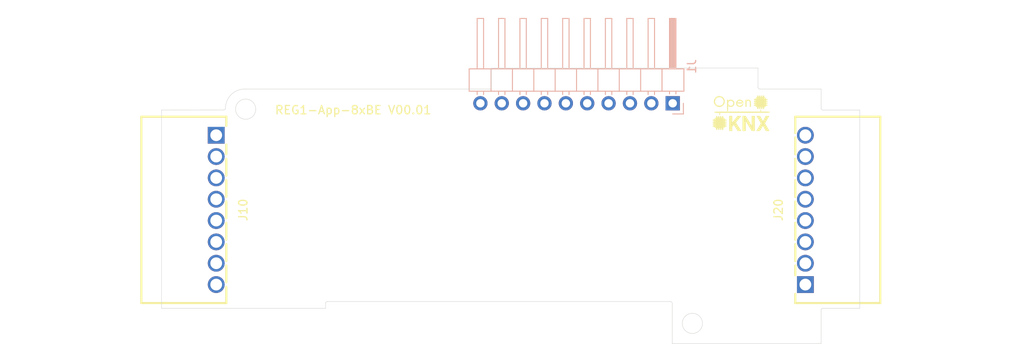
<source format=kicad_pcb>
(kicad_pcb (version 20221018) (generator pcbnew)
  (title_block (date "2023-10-15") (rev "V01.00"))
  (layers (0 "F.Cu" signal) (31 "B.Cu" signal) (34 "B.Paste" user) (35 "F.Paste" user) (36 "B.SilkS" user "B.Silkscreen") (37 "F.SilkS" user "F.Silkscreen") (38 "B.Mask" user) (39 "F.Mask" user) (44 "Edge.Cuts" user))
  (net 0 "")
  (footprint "EasyEDAModLib:CONN-TH_8P-P2.54_DIBO_DB2ERC-2.54-8P-GN" (layer "F.Cu") (at 76.5 106.99 -90)
    (fp_text reference "J10" (at 0 -3.2 -90) (layer "F.SilkS"))
    (fp_text value "Conn_01x08" hide)
    (fp_line (start -11.090018 -1.2) (end -10.003251 -1.2) (stroke (width 0.254)) (layer "F.SilkS"))
    (fp_line (start -11.090018 8.9) (end -11.090018 -1.2) (stroke (width 0.254)) (layer "F.SilkS"))
    (fp_line (start -11.090018 8.9) (end 11.090018 8.9) (stroke (width 0.254)) (layer "F.SilkS"))
    (fp_line (start -7.776784 -1.2) (end -6.616104 -1.2) (stroke (width 0.254)) (layer "F.SilkS"))
    (fp_line (start -6.083922 -1.2) (end -4.076099 -1.2) (stroke (width 0.254)) (layer "F.SilkS"))
    (fp_line (start -3.543917 -1.2) (end -1.536093 -1.2) (stroke (width 0.254)) (layer "F.SilkS"))
    (fp_line (start -1.003912 -1.2) (end 1.003912 -1.2) (stroke (width 0.254)) (layer "F.SilkS"))
    (fp_line (start 1.536093 -1.2) (end 3.543917 -1.2) (stroke (width 0.254)) (layer "F.SilkS"))
    (fp_line (start 4.076099 -1.2) (end 6.083922 -1.2) (stroke (width 0.254)) (layer "F.SilkS"))
    (fp_line (start 6.616104 -1.2) (end 8.623927 -1.2) (stroke (width 0.254)) (layer "F.SilkS"))
    (fp_line (start 9.156109 -1.2) (end 11.090018 -1.2) (stroke (width 0.254)) (layer "F.SilkS"))
    (fp_line (start 11.090018 8.9) (end 11.090018 -1.2) (stroke (width 0.254)) (layer "F.SilkS"))
    (pad "1" thru_hole rect (at -8.890018 0 270) (size 2 2) (drill 1.4) (layers "*.Cu" "*.Mask"))
    (pad "2" thru_hole circle (at -6.350013 0 270) (size 2 2) (drill 1.4) (layers "*.Cu" "*.Mask"))
    (pad "3" thru_hole circle (at -3.810008 0 270) (size 2 2) (drill 1.4) (layers "*.Cu" "*.Mask"))
    (pad "4" thru_hole circle (at -1.270003 0 270) (size 2 2) (drill 1.4) (layers "*.Cu" "*.Mask"))
    (pad "5" thru_hole circle (at 1.270003 0 270) (size 2 2) (drill 1.4) (layers "*.Cu" "*.Mask"))
    (pad "6" thru_hole circle (at 3.810008 0 270) (size 2 2) (drill 1.4) (layers "*.Cu" "*.Mask"))
    (pad "7" thru_hole circle (at 6.350013 0 270) (size 2 2) (drill 1.4) (layers "*.Cu" "*.Mask"))
    (pad "8" thru_hole circle (at 8.890018 0 270) (size 2 2) (drill 1.4) (layers "*.Cu" "*.Mask"))
  )
  (footprint "EasyEDAModLib:CONN-TH_8P-P2.54_DIBO_DB2ERC-2.54-8P-GN" (layer "F.Cu") (at 146.53 106.99 90)
    (fp_text reference "J20" (at 0 -3.2 90) (layer "F.SilkS"))
    (fp_text value "Conn_01x08" hide)
    (fp_line (start -11.090018 -1.2) (end -10.003251 -1.2) (stroke (width 0.254)) (layer "F.SilkS"))
    (fp_line (start -11.090018 8.9) (end -11.090018 -1.2) (stroke (width 0.254)) (layer "F.SilkS"))
    (fp_line (start -11.090018 8.9) (end 11.090018 8.9) (stroke (width 0.254)) (layer "F.SilkS"))
    (fp_line (start -7.776784 -1.2) (end -6.616104 -1.2) (stroke (width 0.254)) (layer "F.SilkS"))
    (fp_line (start -6.083922 -1.2) (end -4.076099 -1.2) (stroke (width 0.254)) (layer "F.SilkS"))
    (fp_line (start -3.543917 -1.2) (end -1.536093 -1.2) (stroke (width 0.254)) (layer "F.SilkS"))
    (fp_line (start -1.003912 -1.2) (end 1.003912 -1.2) (stroke (width 0.254)) (layer "F.SilkS"))
    (fp_line (start 1.536093 -1.2) (end 3.543917 -1.2) (stroke (width 0.254)) (layer "F.SilkS"))
    (fp_line (start 4.076099 -1.2) (end 6.083922 -1.2) (stroke (width 0.254)) (layer "F.SilkS"))
    (fp_line (start 6.616104 -1.2) (end 8.623927 -1.2) (stroke (width 0.254)) (layer "F.SilkS"))
    (fp_line (start 9.156109 -1.2) (end 11.090018 -1.2) (stroke (width 0.254)) (layer "F.SilkS"))
    (fp_line (start 11.090018 8.9) (end 11.090018 -1.2) (stroke (width 0.254)) (layer "F.SilkS"))
    (pad "1" thru_hole rect (at -8.890018 0 90) (size 2 2) (drill 1.4) (layers "*.Cu" "*.Mask"))
    (pad "2" thru_hole circle (at -6.350013 0 90) (size 2 2) (drill 1.4) (layers "*.Cu" "*.Mask"))
    (pad "3" thru_hole circle (at -3.810008 0 90) (size 2 2) (drill 1.4) (layers "*.Cu" "*.Mask"))
    (pad "4" thru_hole circle (at -1.270003 0 90) (size 2 2) (drill 1.4) (layers "*.Cu" "*.Mask"))
    (pad "5" thru_hole circle (at 1.270003 0 90) (size 2 2) (drill 1.4) (layers "*.Cu" "*.Mask"))
    (pad "6" thru_hole circle (at 3.810008 0 90) (size 2 2) (drill 1.4) (layers "*.Cu" "*.Mask"))
    (pad "7" thru_hole circle (at 6.350013 0 90) (size 2 2) (drill 1.4) (layers "*.Cu" "*.Mask"))
    (pad "8" thru_hole circle (at 8.890018 0 90) (size 2 2) (drill 1.4) (layers "*.Cu" "*.Mask"))
  )
  (footprint "OpenKNX:OpenKNX_Logo_07x05" (layer "F.Cu") (at 138.9 95.8)
    (fp_text reference "G***" hide)
    (fp_text value "LOGO" hide)
    (fp_poly (pts (xy 0.889195 0.58665) (xy 1.246187 1.173301) (xy 1.250349 0.58665) (xy 1.254511 0) (xy 1.61925 0) (xy 1.61925 1.794882) (xy 1.433304 1.79041) (xy 1.247359 1.785937) (xy 0.547687 0.638855) (xy 0.543523 1.216365) (xy 0.539358 1.793875) (xy 0.15875 1.793875) (xy 0.15875 0) (xy 0.532202 0) (xy 0.889195 0.58665)) (stroke (width 0.01)) (fill solid) (layer "F.SilkS"))
    (fp_poly (pts (xy 0.867732 -1.93323) (xy 0.962945 -1.911324) (xy 1.0411 -1.862689) (xy 1.102493 -1.78712) (xy 1.117236 -1.760075) (xy 1.131809 -1.729653) (xy 1.142513 -1.701792) (xy 1.149945 -1.671021) (xy 1.1547 -1.63187) (xy 1.157375 -1.578869) (xy 1.158565 -1.506547) (xy 1.158868 -1.409433) (xy 1.158875 -1.378009) (xy 1.158875 -1.0795) (xy 1.031875 -1.0795) (xy 1.031786 -1.345407) (xy 1.030793 -1.464917) (xy 1.027366 -1.557348) (xy 1.020703 -1.627327) (xy 1.009998 -1.679483) (xy 0.994447 -1.718444) (xy 0.973248 -1.748838) (xy 0.959182 -1.763304) (xy 0.909802 -1.791316) (xy 0.846176 -1.803542) (xy 0.780781 -1.799637) (xy 0.726098 -1.779259) (xy 0.71385 -1.770063) (xy 0.687147 -1.742568) (xy 0.667126 -1.710999) (xy 0.652865 -1.670548) (xy 0.643447 -1.616406) (xy 0.63795 -1.543764) (xy 0.635454 -1.447812) (xy 0.635 -1.357823) (xy 0.635 -1.0795) (xy 0.508 -1.0795) (xy 0.508 -1.920875) (xy 0.5715 -1.920875) (xy 0.614871 -1.917284) (xy 0.633252 -1.904898) (xy 0.635 -1.89574) (xy 0.640875 -1.877116) (xy 0.646906 -1.876733) (xy 0.721305 -1.911434) (xy 0.7817 -1.92979) (xy 0.839354 -1.934681) (xy 0.867732 -1.93323)) (stroke (width 0.01)) (fill solid) (layer "F.SilkS"))
    (fp_poly (pts (xy -1.059929 0.40046) (xy -1.055688 0.80092) (xy -0.992778 0.713991) (xy -0.947001 0.651756) (xy -0.891443 0.57783) (xy -0.829047 0.495971) (xy -0.762759 0.409933) (xy -0.695526 0.323474) (xy -0.630293 0.240349) (xy -0.570005 0.164316) (xy -0.517608 0.099129) (xy -0.476048 0.048547) (xy -0.44827 0.016324) (xy -0.437732 0.006189) (xy -0.415621 0.003852) (xy -0.368303 0.002518) (xy -0.302306 0.002263) (xy -0.22416 0.003165) (xy -0.20791 0.003485) (xy 0.003266 0.007937) (xy -0.30184 0.388937) (xy -0.377959 0.48431) (xy -0.447647 0.572237) (xy -0.508412 0.649527) (xy -0.557763 0.712986) (xy -0.593208 0.759423) (xy -0.612255 0.785645) (xy -0.614751 0.789825) (xy -0.608084 0.807193) (xy -0.585674 0.84788) (xy -0.549421 0.908809) (xy -0.501225 0.986901) (xy -0.442985 1.079079) (xy -0.376601 1.182266) (xy -0.303973 1.293383) (xy -0.303341 1.294343) (xy -0.230543 1.40506) (xy -0.163577 1.507288) (xy -0.104382 1.598036) (xy -0.054899 1.674311) (xy -0.017068 1.733123) (xy 0.007169 1.77148) (xy 0.015872 1.786391) (xy 0.015875 1.786424) (xy 0.000963 1.789145) (xy -0.039917 1.791421) (xy -0.100987 1.793051) (xy -0.176466 1.793834) (xy -0.198764 1.793875) (xy -0.413403 1.793875) (xy -0.523023 1.623218) (xy -0.57646 1.540043) (xy -0.638969 1.442768) (xy -0.702451 1.343998) (xy -0.754495 1.263041) (xy -0.876347 1.07352) (xy -0.969296 1.175729) (xy -1.062244 1.277937) (xy -1.062935 1.535906) (xy -1.063625 1.793875) (xy -1.42875 1.793875) (xy -1.42875 0) (xy -1.064171 0) (xy -1.059929 0.40046)) (stroke (width 0.01)) (fill solid) (layer "F.SilkS"))
    (fp_poly (pts (xy -1.099311 -1.914928) (xy -1.002155 -1.866561) (xy -0.918232 -1.794365) (xy -0.852274 -1.70019) (xy -0.837451 -1.669637) (xy -0.817388 -1.596148) (xy -0.811305 -1.507133) (xy -0.818791 -1.415366) (xy -0.839437 -1.333622) (xy -0.848971 -1.311221) (xy -0.91124 -1.2167) (xy -0.992728 -1.143968) (xy -1.088304 -1.094447) (xy -1.192834 -1.069555) (xy -1.301185 -1.070712) (xy -1.408224 -1.099337) (xy -1.480004 -1.136723) (xy -1.517584 -1.159771) (xy -1.542906 -1.173279) (xy -1.547473 -1.17475) (xy -1.55005 -1.159688) (xy -1.552301 -1.117753) (xy -1.55409 -1.053819) (xy -1.555284 -0.972763) (xy -1.555749 -0.879461) (xy -1.55575 -0.873125) (xy -1.55575 -0.5715) (xy -1.68275 -0.5715) (xy -1.68275 -1.482787) (xy -1.548439 -1.482787) (xy -1.528993 -1.39518) (xy -1.48425 -1.316859) (xy -1.417421 -1.253237) (xy -1.331712 -1.209728) (xy -1.321371 -1.206432) (xy -1.259655 -1.193609) (xy -1.200414 -1.196746) (xy -1.154473 -1.207455) (xy -1.07476 -1.244511) (xy -1.011323 -1.303097) (xy -0.966282 -1.376942) (xy -0.941759 -1.459772) (xy -0.939878 -1.545314) (xy -0.96276 -1.627296) (xy -0.994807 -1.679407) (xy -1.066711 -1.748152) (xy -1.147994 -1.790287) (xy -1.233554 -1.806797) (xy -1.318289 -1.798667) (xy -1.397095 -1.766882) (xy -1.464871 -1.712428) (xy -1.516514 -1.636289) (xy -1.539382 -1.574266) (xy -1.548439 -1.482787) (xy -1.68275 -1.482787) (xy -1.68275 -1.920875) (xy -1.61925 -1.920875) (xy -1.578534 -1.918995) (xy -1.560434 -1.908803) (xy -1.555851 -1.883477) (xy -1.55575 -1.87325) (xy -1.549733 -1.837004) (xy -1.53471 -1.82575) (xy -1.515229 -1.842851) (xy -1.515055 -1.843132) (xy -1.495504 -1.85911) (xy -1.456583 -1.881762) (xy -1.422836 -1.898539) (xy -1.314385 -1.932768) (xy -1.204965 -1.937614) (xy -1.099311 -1.914928)) (stroke (width 0.01)) (fill solid) (layer "F.SilkS"))
    (fp_poly (pts (xy -0.054531 -1.920809) (xy 0.040416 -1.881702) (xy 0.123894 -1.823252) (xy 0.191215 -1.748062) (xy 0.237692 -1.658741) (xy 0.258635 -1.557894) (xy 0.258995 -1.55114) (xy 0.261937 -1.484313) (xy -0.109082 -1.480047) (xy -0.4801 -1.475781) (xy -0.469854 -1.424549) (xy -0.446537 -1.36644) (xy -0.403663 -1.305586) (xy -0.350087 -1.25341) (xy -0.322376 -1.234333) (xy -0.275978 -1.214527) (xy -0.21867 -1.199334) (xy -0.202699 -1.196686) (xy -0.125961 -1.199111) (xy -0.046987 -1.222971) (xy 0.02365 -1.263495) (xy 0.075379 -1.315912) (xy 0.080966 -1.324696) (xy 0.105822 -1.36072) (xy 0.132444 -1.376969) (xy 0.174687 -1.381083) (xy 0.183304 -1.381125) (xy 0.252348 -1.381125) (xy 0.234363 -1.329532) (xy 0.203897 -1.274509) (xy 0.153072 -1.214651) (xy 0.090543 -1.158011) (xy 0.024967 -1.112643) (xy -0.022807 -1.090237) (xy -0.125456 -1.06797) (xy -0.22835 -1.068408) (xy -0.303494 -1.085542) (xy -0.415047 -1.139588) (xy -0.501307 -1.212517) (xy -0.561636 -1.303441) (xy -0.595399 -1.411471) (xy -0.602902 -1.503647) (xy -0.590725 -1.603375) (xy -0.461191 -1.603375) (xy -0.175033 -1.603375) (xy -0.083683 -1.604086) (xy -0.004394 -1.606062) (xy 0.057829 -1.609064) (xy 0.09798 -1.612858) (xy 0.111125 -1.616903) (xy 0.099069 -1.649729) (xy 0.067995 -1.691375) (xy 0.025544 -1.733416) (xy -0.020645 -1.767424) (xy -0.030279 -1.772849) (xy -0.118422 -1.802762) (xy -0.209103 -1.804528) (xy -0.295744 -1.780174) (xy -0.371763 -1.731729) (xy -0.430584 -1.66122) (xy -0.438479 -1.647032) (xy -0.461191 -1.603375) (xy -0.590725 -1.603375) (xy -0.588318 -1.623087) (xy -0.546078 -1.727528) (xy -0.477221 -1.815282) (xy -0.382786 -1.884662) (xy -0.361301 -1.895995) (xy -0.260077 -1.930561) (xy -0.156258 -1.937964) (xy -0.054531 -1.920809)) (stroke (width 0.01)) (fill solid) (layer "F.SilkS"))
    (fp_poly (pts (xy -2.510896 -2.357388) (xy -2.393302 -2.331708) (xy -2.281595 -2.283385) (xy -2.179301 -2.21187) (xy -2.089948 -2.116613) (xy -2.020449 -2.004006) (xy -1.993609 -1.948139) (xy -1.976283 -1.904514) (xy -1.966394 -1.86308) (xy -1.961863 -1.813789) (xy -1.960611 -1.746593) (xy -1.960563 -1.714501) (xy -1.961117 -1.637933) (xy -1.964166 -1.583063) (xy -1.971788 -1.539844) (xy -1.986062 -1.498227) (xy -2.009067 -1.448162) (xy -2.020449 -1.424995) (xy -2.09623 -1.305616) (xy -2.192788 -1.208) (xy -2.306165 -1.134006) (xy -2.432404 -1.085492) (xy -2.567544 -1.064318) (xy -2.70763 -1.072342) (xy -2.752444 -1.081283) (xy -2.876414 -1.125854) (xy -2.98751 -1.195835) (xy -3.082768 -1.286777) (xy -3.159223 -1.394228) (xy -3.213911 -1.513738) (xy -3.243867 -1.640859) (xy -3.245795 -1.752041) (xy -3.111084 -1.752041) (xy -3.106134 -1.635268) (xy -3.079221 -1.534167) (xy -3.024223 -1.429232) (xy -2.945993 -1.339137) (xy -2.850313 -1.268551) (xy -2.742965 -1.222143) (xy -2.675097 -1.207813) (xy -2.588797 -1.204393) (xy -2.497848 -1.213211) (xy -2.41582 -1.232418) (xy -2.375539 -1.248658) (xy -2.27349 -1.316579) (xy -2.190922 -1.40426) (xy -2.130202 -1.50655) (xy -2.093701 -1.618301) (xy -2.083787 -1.734362) (xy -2.101366 -1.844658) (xy -2.147525 -1.955224) (xy -2.215659 -2.053187) (xy -2.300606 -2.133155) (xy -2.397203 -2.189735) (xy -2.448914 -2.207747) (xy -2.572542 -2.226552) (xy -2.690362 -2.217441) (xy -2.799441 -2.183549) (xy -2.896847 -2.128008) (xy -2.979647 -2.053952) (xy -3.044908 -1.964517) (xy -3.089698 -1.862835) (xy -3.111084 -1.752041) (xy -3.245795 -1.752041) (xy -3.246127 -1.771138) (xy -3.24035 -1.813719) (xy -3.202628 -1.949373) (xy -3.142578 -2.066786) (xy -3.063727 -2.165408) (xy -2.969602 -2.244687) (xy -2.863729 -2.304075) (xy -2.749636 -2.343022) (xy -2.630849 -2.360976) (xy -2.510896 -2.357388)) (stroke (width 0.01)) (fill solid) (layer "F.SilkS"))
    (fp_poly (pts (xy 2.341854 -0.751039) (xy 2.351882 -0.737671) (xy 2.357676 -0.707511) (xy 2.361143 -0.654113) (xy 2.362074 -0.631032) (xy 2.36671 -0.508) (xy 2.854992 -0.508) (xy 3.004875 -0.507628) (xy 3.125263 -0.506453) (xy 3.218405 -0.504393) (xy 3.286548 -0.501362) (xy 3.331941 -0.497276) (xy 3.356832 -0.49205) (xy 3.362324 -0.488951) (xy 3.379348 -0.452684) (xy 3.376814 -0.409658) (xy 3.362324 -0.384175) (xy 3.35295 -0.381728) (xy 3.329212 -0.379481) (xy 3.290043 -0.377428) (xy 3.234373 -0.375561) (xy 3.161136 -0.373874) (xy 3.06926 -0.37236) (xy 2.95768 -0.371012) (xy 2.825324 -0.369822) (xy 2.671126 -0.368785) (xy 2.494015 -0.367893) (xy 2.292925 -0.367138) (xy 2.066785 -0.366516) (xy 1.814528 -0.366017) (xy 1.535085 -0.365636) (xy 1.227387 -0.365366) (xy 0.890366 -0.365199) (xy 0.522953 -0.365129) (xy 0.41813 -0.365125) (xy -2.507014 -0.365125) (xy -2.511601 -0.226219) (xy -2.514378 -0.159371) (xy -2.518489 -0.117879) (xy -2.525696 -0.095354) (xy -2.537761 -0.085406) (xy -2.551274 -0.082323) (xy -2.568084 -0.081678) (xy -2.578735 -0.089512) (xy -2.584969 -0.111745) (xy -2.588528 -0.154298) (xy -2.590961 -0.217261) (xy -2.595563 -0.357188) (xy -2.864289 -0.361553) (xy -2.969939 -0.364295) (xy -3.054932 -0.368621) (xy -3.115928 -0.374279) (xy -3.149583 -0.381018) (xy -3.154008 -0.383341) (xy -3.172081 -0.416056) (xy -3.17195 -0.457807) (xy -3.155951 -0.48895) (xy -3.146444 -0.49149) (xy -3.122486 -0.493813) (xy -3.082969 -0.495928) (xy -3.026782 -0.497842) (xy -2.952819 -0.499563) (xy -2.85997 -0.5011) (xy -2.747128 -0.502459) (xy -2.613184 -0.503648) (xy -2.457029 -0.504675) (xy -2.277555 -0.505548) (xy -2.073654 -0.506275) (xy -1.844217 -0.506863) (xy -1.588136 -0.50732) (xy -1.304302 -0.507654) (xy -0.991608 -0.507872) (xy -0.648944 -0.507983) (xy -0.426118 -0.508) (xy 2.284664 -0.508) (xy 2.2893 -0.631032) (xy 2.292425 -0.693239) (xy 2.297266 -0.730143) (xy 2.305729 -0.748191) (xy 2.319722 -0.753827) (xy 2.325687 -0.754063) (xy 2.341854 -0.751039)) (stroke (width 0.01)) (fill solid) (layer "F.SilkS"))
    (fp_poly (pts (xy 2.03446 0.000053) (xy 2.246312 0.000107) (xy 2.414936 0.310482) (xy 2.583561 0.620856) (xy 2.74944 0.314397) (xy 2.915319 0.007937) (xy 3.124534 0.003507) (xy 3.201854 0.00257) (xy 3.266271 0.003122) (xy 3.311936 0.005013) (xy 3.332998 0.008091) (xy 3.33375 0.008908) (xy 3.325997 0.024503) (xy 3.304021 0.06409) (xy 3.269744 0.124322) (xy 3.225089 0.201854) (xy 3.171979 0.29334) (xy 3.112337 0.395434) (xy 3.078647 0.452852) (xy 3.006664 0.57581) (xy 2.94965 0.674475) (xy 2.906139 0.751718) (xy 2.874661 0.81041) (xy 2.853752 0.853423) (xy 2.841943 0.883626) (xy 2.837767 0.903893) (xy 2.839758 0.917094) (xy 2.840574 0.918787) (xy 2.85274 0.940094) (xy 2.878955 0.985043) (xy 2.917066 1.049974) (xy 2.964917 1.131225) (xy 3.020355 1.225136) (xy 3.081226 1.328044) (xy 3.103615 1.365847) (xy 3.164924 1.469531) (xy 3.220655 1.564172) (xy 3.268836 1.646389) (xy 3.307495 1.712801) (xy 3.33466 1.760029) (xy 3.348358 1.784692) (xy 3.349625 1.787479) (xy 3.334722 1.789835) (xy 3.293904 1.7918) (xy 3.233003 1.793197) (xy 3.157854 1.793849) (xy 3.138908 1.793875) (xy 2.928192 1.793875) (xy 2.769814 1.505778) (xy 2.721313 1.417884) (xy 2.677255 1.33867) (xy 2.640185 1.27266) (xy 2.612647 1.224377) (xy 2.597184 1.198346) (xy 2.595555 1.195915) (xy 2.586147 1.19555) (xy 2.569283 1.21282) (xy 2.543522 1.249939) (xy 2.507426 1.309124) (xy 2.459552 1.392591) (xy 2.410865 1.480043) (xy 2.242055 1.785937) (xy 2.023774 1.790368) (xy 1.805493 1.794798) (xy 1.828858 1.758618) (xy 1.856228 1.714904) (xy 1.894028 1.652644) (xy 1.939925 1.575855) (xy 1.991585 1.488553) (xy 2.046674 1.394756) (xy 2.102858 1.298479) (xy 2.157803 1.203741) (xy 2.209175 1.114556) (xy 2.254641 1.034943) (xy 2.291867 0.968917) (xy 2.318519 0.920496) (xy 2.332262 0.893696) (xy 2.333625 0.889875) (xy 2.32586 0.871605) (xy 2.303986 0.82986) (xy 2.27013 0.768448) (xy 2.226421 0.691178) (xy 2.174986 0.601857) (xy 2.12183 0.510879) (xy 2.062376 0.409762) (xy 2.005911 0.31365) (xy 1.955155 0.227181) (xy 1.91283 0.154993) (xy 1.881657 0.101724) (xy 1.866321 0.075406) (xy 1.822608 0) (xy 2.03446 0.000053)) (stroke (width 0.01)) (fill solid) (layer "F.SilkS"))
    (fp_poly (pts (xy 2.474876 -2.419975) (xy 2.497624 -2.390571) (xy 2.507424 -2.336612) (xy 2.50825 -2.306638) (xy 2.509373 -2.257777) (xy 2.515228 -2.232745) (xy 2.529545 -2.223637) (xy 2.547937 -2.2225) (xy 2.572297 -2.225405) (xy 2.583924 -2.239754) (xy 2.587447 -2.274001) (xy 2.587625 -2.294982) (xy 2.594428 -2.366441) (xy 2.614367 -2.411534) (xy 2.646732 -2.428745) (xy 2.650385 -2.428875) (xy 2.692797 -2.424641) (xy 2.717168 -2.40763) (xy 2.728169 -2.371382) (xy 2.7305 -2.318036) (xy 2.73133 -2.266401) (xy 2.736653 -2.238018) (xy 2.750712 -2.224391) (xy 2.777754 -2.217022) (xy 2.78133 -2.216303) (xy 2.847071 -2.18819) (xy 2.893947 -2.136974) (xy 2.915391 -2.076576) (xy 2.925057 -2.016125) (xy 3.007166 -2.016125) (xy 3.071723 -2.010725) (xy 3.1101 -1.992959) (xy 3.126245 -1.960482) (xy 3.127375 -1.944688) (xy 3.118474 -1.906624) (xy 3.08907 -1.883876) (xy 3.035111 -1.874076) (xy 3.005137 -1.87325) (xy 2.956276 -1.872127) (xy 2.931244 -1.866272) (xy 2.922136 -1.851955) (xy 2.921 -1.833563) (xy 2.923904 -1.809203) (xy 2.938253 -1.797576) (xy 2.9725 -1.794053) (xy 2.993481 -1.793875) (xy 3.06579 -1.787) (xy 3.110112 -1.76614) (xy 3.127131 -1.730942) (xy 3.127375 -1.725054) (xy 3.119017 -1.685842) (xy 3.091042 -1.662393) (xy 3.039095 -1.652069) (xy 3.005137 -1.651) (xy 2.956276 -1.649877) (xy 2.931244 -1.644022) (xy 2.922136 -1.629705) (xy 2.921 -1.611313) (xy 2.923381 -1.588265) (xy 2.935795 -1.576458) (xy 2.966147 -1.572161) (xy 3.005137 -1.571625) (xy 3.070268 -1.566424) (xy 3.109193 -1.54924) (xy 3.125962 -1.517706) (xy 3.127375 -1.500188) (xy 3.118474 -1.462124) (xy 3.08907 -1.439376) (xy 3.035111 -1.429576) (xy 3.005137 -1.42875) (xy 2.956213 -1.427554) (xy 2.931145 -1.421613) (xy 2.922062 -1.407398) (xy 2.921 -1.391029) (xy 2.924003 -1.369227) (xy 2.93809 -1.356752) (xy 2.970874 -1.349738) (xy 3.009773 -1.345945) (xy 3.071929 -1.336462) (xy 3.108341 -1.317972) (xy 3.124648 -1.286282) (xy 3.127131 -1.258653) (xy 3.113516 -1.221657) (xy 3.071918 -1.199036) (xy 3.002125 -1.190681) (xy 2.99455 -1.190625) (xy 2.94852 -1.188071) (xy 2.924344 -1.177606) (xy 2.912343 -1.155026) (xy 2.912307 -1.154907) (xy 2.879569 -1.096388) (xy 2.826631 -1.053686) (xy 2.783523 -1.038289) (xy 2.753579 -1.031302) (xy 2.737772 -1.019101) (xy 2.731584 -0.993145) (xy 2.730501 -0.944895) (xy 2.7305 -0.938034) (xy 2.725492 -0.870053) (xy 2.709277 -0.828886) (xy 2.680066 -0.811029) (xy 2.664958 -0.809625) (xy 2.623548 -0.823414) (xy 2.597825 -0.864789) (xy 2.58778 -0.933762) (xy 2.587625 -0.945697) (xy 2.586562 -0.995296) (xy 2.580976 -1.020976) (xy 2.567265 -1.030554) (xy 2.547937 -1.031875) (xy 2.525657 -1.029765) (xy 2.513794 -1.018381) (xy 2.50908 -0.990147) (xy 2.50825 -0.9398) (xy 2.503395 -0.871353) (xy 2.487622 -0.829721) (xy 2.459118 -0.811304) (xy 2.442708 -0.809625) (xy 2.401298 -0.823414) (xy 2.375575 -0.864789) (xy 2.36553 -0.933762) (xy 2.365375 -0.945697) (xy 2.364312 -0.995296) (xy 2.358726 -1.020976) (xy 2.345015 -1.030554) (xy 2.325687 -1.031875) (xy 2.303721 -1.029868) (xy 2.291845 -1.018885) (xy 2.286968 -0.991484) (xy 2.286001 -0.940221) (xy 2.286 -0.936285) (xy 2.284735 -0.882193) (xy 2.278778 -0.850765) (xy 2.264889 -0.832951) (xy 2.245079 -0.82205) (xy 2.202403 -0.810649) (xy 2.173037 -0.823443) (xy 2.155057 -0.862622) (xy 2.146536 -0.930374) (xy 2.146336 -0.934307) (xy 2.142815 -0.987959) (xy 2.136682 -1.017209) (xy 2.124649 -1.0294) (xy 2.103432 -1.031875) (xy 2.102679 -1.031875) (xy 2.080133 -1.029416) (xy 2.068539 -1.016796) (xy 2.064288 -0.986153) (xy 2.06375 -0.947023) (xy 2.059648 -0.886659) (xy 2.045906 -0.848902) (xy 2.034718 -0.835898) (xy 1.992689 -0.812047) (xy 1.954583 -0.819626) (xy 1.929712 -0.844908) (xy 1.914255 -0.882973) (xy 1.905664 -0.935516) (xy 1.905 -0.95352) (xy 1.903428 -0.998756) (xy 1.893885 -1.023026) (xy 1.869124 -1.037104) (xy 1.843252 -1.04535) (xy 1.789209 -1.072584) (xy 1.748974 -1.113567) (xy 1.730714 -1.159552) (xy 1.730375 -1.166254) (xy 1.722407 -1.18148) (xy 1.694367 -1.188951) (xy 1.651 -1.190625) (xy 1.589154 -1.198723) (xy 1.540483 -1.220313) (xy 1.51228 -1.251344) (xy 1.508125 -1.27) (xy 1.522712 -1.30447) (xy 1.561722 -1.331471) (xy 1.618022 -1.347072) (xy 1.652104 -1.349375) (xy 1.699407 -1.350591) (xy 1.722454 -1.356595) (xy 1.728716 -1.370927) (xy 1.72751 -1.385094) (xy 1.720993 -1.405647) (xy 1.703581 -1.417237) (xy 1.667344 -1.4232) (xy 1.631292 -1.42557) (xy 1.57514 -1.430965) (xy 1.542179 -1.4417) (xy 1.523948 -1.460651) (xy 1.523008 -1.462353) (xy 1.514825 -1.495237) (xy 1.53022 -1.531534) (xy 1.531175 -1.533003) (xy 1.550695 -1.555807) (xy 1.577387 -1.567435) (xy 1.621558 -1.571398) (xy 1.644532 -1.571625) (xy 1.69463 -1.572632) (xy 1.720215 -1.577722) (xy 1.728507 -1.590007) (xy 1.72751 -1.607344) (xy 1.720993 -1.627897) (xy 1.703581 -1.639487) (xy 1.667344 -1.64545) (xy 1.631292 -1.64782) (xy 1.57514 -1.653215) (xy 1.542179 -1.66395) (xy 1.523948 -1.682901) (xy 1.523008 -1.684603) (xy 1.514825 -1.717487) (xy 1.53022 -1.753784) (xy 1.531175 -1.755253) (xy 1.550882 -1.778194) (xy 1.577895 -1.789812) (xy 1.622618 -1.793686) (xy 1.643428 -1.793875) (xy 1.693303 -1.794916) (xy 1.719225 -1.800406) (xy 1.72898 -1.813899) (xy 1.730375 -1.833563) (xy 1.727947 -1.856702) (xy 1.715371 -1.868539) (xy 1.684709 -1.872877) (xy 1.647031 -1.873494) (xy 1.575934 -1.879617) (xy 1.532962 -1.898396) (xy 1.516566 -1.931195) (xy 1.525194 -1.979378) (xy 1.525574 -1.980407) (xy 1.536683 -2.000482) (xy 1.556596 -2.011263) (xy 1.593795 -2.015528) (xy 1.634613 -2.016125) (xy 1.730375 -2.016125) (xy 1.730375 -2.06937) (xy 1.744893 -2.127587) (xy 1.783097 -2.177991) (xy 1.836959 -2.211225) (xy 1.856896 -2.216848) (xy 1.885902 -2.225003) (xy 1.900046 -2.240495) (xy 1.904631 -2.272793) (xy 1.905 -2.302726) (xy 1.913508 -2.370411) (xy 1.939442 -2.412046) (xy 1.98342 -2.428515) (xy 1.992887 -2.428875) (xy 2.030783 -2.416346) (xy 2.054073 -2.377851) (xy 2.063473 -2.312037) (xy 2.06375 -2.294982) (xy 2.065765 -2.249942) (xy 2.074161 -2.228479) (xy 2.092461 -2.22255) (xy 2.0955 -2.2225) (xy 2.11465 -2.226743) (xy 2.124136 -2.244698) (xy 2.127137 -2.284207) (xy 2.12725 -2.300742) (xy 2.135413 -2.369003) (xy 2.160474 -2.41111) (xy 2.203285 -2.42831) (xy 2.215137 -2.428875) (xy 2.253033 -2.416346) (xy 2.276323 -2.377851) (xy 2.285723 -2.312037) (xy 2.286 -2.294982) (xy 2.28759 -2.250493) (xy 2.295447 -2.229259) (xy 2.314199 -2.222824) (xy 2.325687 -2.2225) (xy 2.348735 -2.224882) (xy 2.360542 -2.237296) (xy 2.364839 -2.267648) (xy 2.365375 -2.306638) (xy 2.370576 -2.371769) (xy 2.38776 -2.410694) (xy 2.419294 -2.427463) (xy 2.436812 -2.428876) (xy 2.474876 -2.419975)) (stroke (width 0.01)) (fill solid) (layer "F.SilkS"))
    (fp_poly (pts (xy -2.172418 0.020122) (xy -2.150343 0.036947) (xy -2.136944 0.072472) (xy -2.128382 0.132819) (xy -2.127418 0.142875) (xy -2.12143 0.193206) (xy -2.112463 0.220044) (xy -2.095957 0.231605) (xy -2.076227 0.235155) (xy -2.030687 0.254196) (xy -1.989086 0.293963) (xy -1.960356 0.343829) (xy -1.952625 0.382218) (xy -1.950984 0.409031) (xy -1.940776 0.422814) (xy -1.91408 0.427901) (xy -1.867773 0.428625) (xy -1.796089 0.437086) (xy -1.750782 0.462725) (xy -1.731287 0.505917) (xy -1.730375 0.520597) (xy -1.743333 0.555818) (xy -1.783 0.577762) (xy -1.850564 0.586989) (xy -1.872207 0.587375) (xy -1.919703 0.588623) (xy -1.943542 0.595023) (xy -1.951795 0.610558) (xy -1.952625 0.627062) (xy -1.950319 0.649904) (xy -1.938188 0.66173) (xy -1.908416 0.666141) (xy -1.866447 0.66675) (xy -1.794177 0.67437) (xy -1.7492 0.697474) (xy -1.730892 0.736427) (xy -1.730375 0.746125) (xy -1.743439 0.788282) (xy -1.783046 0.814519) (xy -1.849823 0.825198) (xy -1.866447 0.8255) (xy -1.916505 0.826914) (xy -1.942432 0.833016) (xy -1.951794 0.846592) (xy -1.952625 0.85725) (xy -1.947611 0.877564) (xy -1.927103 0.886931) (xy -1.885157 0.889234) (xy -1.813808 0.897614) (xy -1.762318 0.920631) (xy -1.735377 0.955924) (xy -1.733126 0.965677) (xy -1.735631 1.006606) (xy -1.759474 1.032419) (xy -1.80799 1.045285) (xy -1.859319 1.04775) (xy -1.911436 1.048631) (xy -1.93934 1.053412) (xy -1.95056 1.065295) (xy -1.952625 1.087437) (xy -1.950319 1.110279) (xy -1.938188 1.122105) (xy -1.908416 1.126516) (xy -1.866447 1.127125) (xy -1.794177 1.134745) (xy -1.7492 1.157849) (xy -1.730892 1.196802) (xy -1.730375 1.2065) (xy -1.743439 1.248657) (xy -1.783046 1.274894) (xy -1.849823 1.285573) (xy -1.866447 1.285875) (xy -1.916384 1.287221) (xy -1.942251 1.293208) (xy -1.95168 1.306755) (xy -1.952625 1.318846) (xy -1.965748 1.356873) (xy -1.998367 1.39682) (xy -2.040365 1.429168) (xy -2.08162 1.444398) (xy -2.086342 1.444625) (xy -2.109038 1.446504) (xy -2.121271 1.457127) (xy -2.126267 1.483973) (xy -2.127249 1.534521) (xy -2.12725 1.539509) (xy -2.128856 1.594543) (xy -2.135824 1.627726) (xy -2.15138 1.648885) (xy -2.166938 1.660397) (xy -2.198009 1.677194) (xy -2.222439 1.674477) (xy -2.246313 1.660397) (xy -2.268892 1.641764) (xy -2.280862 1.617262) (xy -2.285449 1.577066) (xy -2.286 1.539509) (xy -2.286848 1.486846) (xy -2.291475 1.458457) (xy -2.303005 1.446874) (xy -2.324561 1.444626) (xy -2.325688 1.444625) (xy -2.346995 1.446426) (xy -2.358878 1.456604) (xy -2.364081 1.482321) (xy -2.365351 1.530738) (xy -2.365375 1.548152) (xy -2.366517 1.604994) (xy -2.3717 1.638556) (xy -2.383557 1.657279) (xy -2.403055 1.668848) (xy -2.446369 1.677553) (xy -2.474492 1.667949) (xy -2.493172 1.653614) (xy -2.503432 1.63031) (xy -2.507639 1.589578) (xy -2.50825 1.547253) (xy -2.508955 1.49197) (xy -2.512924 1.461241) (xy -2.522938 1.447874) (xy -2.541778 1.444677) (xy -2.547938 1.444625) (xy -2.570668 1.446891) (xy -2.582503 1.45887) (xy -2.586975 1.488331) (xy -2.587625 1.531937) (xy -2.591284 1.592057) (xy -2.604054 1.631179) (xy -2.619375 1.651) (xy -2.661481 1.679998) (xy -2.697452 1.679474) (xy -2.725037 1.651418) (xy -2.741986 1.597819) (xy -2.746375 1.538741) (xy -2.74724 1.486343) (xy -2.751941 1.45819) (xy -2.76364 1.446783) (xy -2.785499 1.444625) (xy -2.786063 1.444625) (xy -2.808793 1.446891) (xy -2.820628 1.45887) (xy -2.8251 1.488331) (xy -2.82575 1.531937) (xy -2.833454 1.599529) (xy -2.854125 1.64897) (xy -2.884098 1.676894) (xy -2.919714 1.679935) (xy -2.957307 1.654725) (xy -2.958228 1.653718) (xy -2.976969 1.614593) (xy -2.984327 1.549503) (xy -2.9845 1.534656) (xy -2.98584 1.483162) (xy -2.991552 1.45598) (xy -3.004182 1.445726) (xy -3.015504 1.444625) (xy -3.078293 1.429709) (xy -3.129466 1.387843) (xy -3.154213 1.34684) (xy -3.171926 1.310891) (xy -3.190914 1.292868) (xy -3.222124 1.286592) (xy -3.262193 1.285875) (xy -3.3251 1.280863) (xy -3.362454 1.263568) (xy -3.379182 1.230601) (xy -3.381375 1.203883) (xy -3.371067 1.163856) (xy -3.338176 1.139159) (xy -3.27976 1.128105) (xy -3.247482 1.127125) (xy -3.202993 1.125534) (xy -3.181759 1.117677) (xy -3.175324 1.098925) (xy -3.175 1.087437) (xy -3.177631 1.063738) (xy -3.190976 1.052007) (xy -3.223217 1.048085) (xy -3.253077 1.04775) (xy -3.317253 1.045458) (xy -3.355949 1.036258) (xy -3.37525 1.016663) (xy -3.381239 0.983185) (xy -3.381375 0.974221) (xy -3.372232 0.931572) (xy -3.34244 0.904644) (xy -3.288455 0.891338) (xy -3.237467 0.889) (xy -3.196337 0.886242) (xy -3.178345 0.875142) (xy -3.175 0.85725) (xy -3.178936 0.838634) (xy -3.19583 0.829094) (xy -3.233318 0.82575) (xy -3.259138 0.8255) (xy -3.323204 0.820668) (xy -3.361535 0.804085) (xy -3.378954 0.77262) (xy -3.381375 0.746125) (xy -3.373935 0.704523) (xy -3.348398 0.679633) (xy -3.299941 0.668322) (xy -3.259138 0.66675) (xy -3.210277 0.665626) (xy -3.185245 0.659771) (xy -3.176137 0.645454) (xy -3.175 0.627062) (xy -3.177382 0.604014) (xy -3.189796 0.592207) (xy -3.220148 0.58791) (xy -3.259138 0.587375) (xy -3.322942 0.582637) (xy -3.361116 0.566189) (xy -3.378662 0.534676) (xy -3.381375 0.505383) (xy -3.371067 0.465356) (xy -3.338176 0.440659) (xy -3.27976 0.429605) (xy -3.247482 0.428625) (xy -3.202798 0.42685) (xy -3.181463 0.418795) (xy -3.175151 0.400357) (xy -3.174941 0.392906) (xy -3.160258 0.332889) (xy -3.12146 0.280215) (xy -3.066124 0.244164) (xy -3.048725 0.238319) (xy -2.9845 0.221026) (xy -2.9845 0.1375) (xy -2.97971 0.073875) (xy -2.963097 0.035864) (xy -2.9313 0.018481) (xy -2.902509 0.015875) (xy -2.862482 0.026183) (xy -2.837785 0.059074) (xy -2.826731 0.11749) (xy -2.82575 0.149768) (xy -2.823574 0.195107) (xy -2.814909 0.216666) (xy -2.796549 0.222247) (xy -2.795966 0.22225) (xy -2.778165 0.216956) (xy -2.767373 0.196359) (xy -2.760629 0.153381) (xy -2.75882 0.133476) (xy -2.749215 0.071061) (xy -2.73056 0.034504) (xy -2.698901 0.018322) (xy -2.674144 0.016118) (xy -2.636466 0.024958) (xy -2.613919 0.05475) (xy -2.604259 0.109371) (xy -2.6035 0.138112) (xy -2.602377 0.186973) (xy -2.596522 0.212005) (xy -2.582205 0.221113) (xy -2.563813 0.22225) (xy -2.539453 0.219345) (xy -2.527826 0.204996) (xy -2.524303 0.170749) (xy -2.524125 0.149768) (xy -2.518216 0.079946) (xy -2.49936 0.036867) (xy -2.465872 0.017585) (xy -2.447367 0.015875) (xy -2.40457 0.022937) (xy -2.378965 0.047459) (xy -2.367196 0.094441) (xy -2.365375 0.138112) (xy -2.364252 0.186973) (xy -2.358397 0.212005) (xy -2.34408 0.221113) (xy -2.325688 0.22225) (xy -2.301328 0.219345) (xy -2.289701 0.204996) (xy -2.286178 0.170749) (xy -2.286001 0.149768) (xy -2.280307 0.080461) (xy -2.261906 0.037677) (xy -2.228814 0.018054) (xy -2.207004 0.015875) (xy -2.172418 0.020122)) (stroke (width 0.01)) (fill solid) (layer "F.SilkS"))
  )
  (footprint "Connector_PinHeader_2.54mm:PinHeader_1x10_P2.54mm_Horizontal" (layer "B.Cu") (at 130.76 94.3 90)
    (fp_text reference "J1" (at 4.385 2.27 90) (layer "B.SilkS") (effects (justify mirror)))
    (fp_text value "REG1_App_Connector")
    (fp_line (start -1.27 0) (end -1.27 1.27) (stroke (width 0.12)) (layer "B.SilkS"))
    (fp_line (start -1.27 1.27) (end 0 1.27) (stroke (width 0.12)) (layer "B.SilkS"))
    (fp_line (start 1.042929 -23.24) (end 1.44 -23.24) (stroke (width 0.12)) (layer "B.SilkS"))
    (fp_line (start 1.042929 -22.48) (end 1.44 -22.48) (stroke (width 0.12)) (layer "B.SilkS"))
    (fp_line (start 1.042929 -20.7) (end 1.44 -20.7) (stroke (width 0.12)) (layer "B.SilkS"))
    (fp_line (start 1.042929 -19.94) (end 1.44 -19.94) (stroke (width 0.12)) (layer "B.SilkS"))
    (fp_line (start 1.042929 -18.16) (end 1.44 -18.16) (stroke (width 0.12)) (layer "B.SilkS"))
    (fp_line (start 1.042929 -17.4) (end 1.44 -17.4) (stroke (width 0.12)) (layer "B.SilkS"))
    (fp_line (start 1.042929 -15.62) (end 1.44 -15.62) (stroke (width 0.12)) (layer "B.SilkS"))
    (fp_line (start 1.042929 -14.86) (end 1.44 -14.86) (stroke (width 0.12)) (layer "B.SilkS"))
    (fp_line (start 1.042929 -13.08) (end 1.44 -13.08) (stroke (width 0.12)) (layer "B.SilkS"))
    (fp_line (start 1.042929 -12.32) (end 1.44 -12.32) (stroke (width 0.12)) (layer "B.SilkS"))
    (fp_line (start 1.042929 -10.54) (end 1.44 -10.54) (stroke (width 0.12)) (layer "B.SilkS"))
    (fp_line (start 1.042929 -9.78) (end 1.44 -9.78) (stroke (width 0.12)) (layer "B.SilkS"))
    (fp_line (start 1.042929 -8) (end 1.44 -8) (stroke (width 0.12)) (layer "B.SilkS"))
    (fp_line (start 1.042929 -7.24) (end 1.44 -7.24) (stroke (width 0.12)) (layer "B.SilkS"))
    (fp_line (start 1.042929 -5.46) (end 1.44 -5.46) (stroke (width 0.12)) (layer "B.SilkS"))
    (fp_line (start 1.042929 -4.7) (end 1.44 -4.7) (stroke (width 0.12)) (layer "B.SilkS"))
    (fp_line (start 1.042929 -2.92) (end 1.44 -2.92) (stroke (width 0.12)) (layer "B.SilkS"))
    (fp_line (start 1.042929 -2.16) (end 1.44 -2.16) (stroke (width 0.12)) (layer "B.SilkS"))
    (fp_line (start 1.11 -0.38) (end 1.44 -0.38) (stroke (width 0.12)) (layer "B.SilkS"))
    (fp_line (start 1.11 0.38) (end 1.44 0.38) (stroke (width 0.12)) (layer "B.SilkS"))
    (fp_line (start 1.44 -24.19) (end 4.1 -24.19) (stroke (width 0.12)) (layer "B.SilkS"))
    (fp_line (start 1.44 -21.59) (end 4.1 -21.59) (stroke (width 0.12)) (layer "B.SilkS"))
    (fp_line (start 1.44 -19.05) (end 4.1 -19.05) (stroke (width 0.12)) (layer "B.SilkS"))
    (fp_line (start 1.44 -16.51) (end 4.1 -16.51) (stroke (width 0.12)) (layer "B.SilkS"))
    (fp_line (start 1.44 -13.97) (end 4.1 -13.97) (stroke (width 0.12)) (layer "B.SilkS"))
    (fp_line (start 1.44 -11.43) (end 4.1 -11.43) (stroke (width 0.12)) (layer "B.SilkS"))
    (fp_line (start 1.44 -8.89) (end 4.1 -8.89) (stroke (width 0.12)) (layer "B.SilkS"))
    (fp_line (start 1.44 -6.35) (end 4.1 -6.35) (stroke (width 0.12)) (layer "B.SilkS"))
    (fp_line (start 1.44 -3.81) (end 4.1 -3.81) (stroke (width 0.12)) (layer "B.SilkS"))
    (fp_line (start 1.44 -1.27) (end 4.1 -1.27) (stroke (width 0.12)) (layer "B.SilkS"))
    (fp_line (start 1.44 1.33) (end 1.44 -24.19) (stroke (width 0.12)) (layer "B.SilkS"))
    (fp_line (start 4.1 -24.19) (end 4.1 1.33) (stroke (width 0.12)) (layer "B.SilkS"))
    (fp_line (start 4.1 -22.48) (end 10.1 -22.48) (stroke (width 0.12)) (layer "B.SilkS"))
    (fp_line (start 4.1 -19.94) (end 10.1 -19.94) (stroke (width 0.12)) (layer "B.SilkS"))
    (fp_line (start 4.1 -17.4) (end 10.1 -17.4) (stroke (width 0.12)) (layer "B.SilkS"))
    (fp_line (start 4.1 -14.86) (end 10.1 -14.86) (stroke (width 0.12)) (layer "B.SilkS"))
    (fp_line (start 4.1 -12.32) (end 10.1 -12.32) (stroke (width 0.12)) (layer "B.SilkS"))
    (fp_line (start 4.1 -9.78) (end 10.1 -9.78) (stroke (width 0.12)) (layer "B.SilkS"))
    (fp_line (start 4.1 -7.24) (end 10.1 -7.24) (stroke (width 0.12)) (layer "B.SilkS"))
    (fp_line (start 4.1 -4.7) (end 10.1 -4.7) (stroke (width 0.12)) (layer "B.SilkS"))
    (fp_line (start 4.1 -2.16) (end 10.1 -2.16) (stroke (width 0.12)) (layer "B.SilkS"))
    (fp_line (start 4.1 -0.28) (end 10.1 -0.28) (stroke (width 0.12)) (layer "B.SilkS"))
    (fp_line (start 4.1 -0.16) (end 10.1 -0.16) (stroke (width 0.12)) (layer "B.SilkS"))
    (fp_line (start 4.1 -0.04) (end 10.1 -0.04) (stroke (width 0.12)) (layer "B.SilkS"))
    (fp_line (start 4.1 0.08) (end 10.1 0.08) (stroke (width 0.12)) (layer "B.SilkS"))
    (fp_line (start 4.1 0.2) (end 10.1 0.2) (stroke (width 0.12)) (layer "B.SilkS"))
    (fp_line (start 4.1 0.32) (end 10.1 0.32) (stroke (width 0.12)) (layer "B.SilkS"))
    (fp_line (start 4.1 0.38) (end 10.1 0.38) (stroke (width 0.12)) (layer "B.SilkS"))
    (fp_line (start 4.1 1.33) (end 1.44 1.33) (stroke (width 0.12)) (layer "B.SilkS"))
    (fp_line (start 10.1 -23.24) (end 4.1 -23.24) (stroke (width 0.12)) (layer "B.SilkS"))
    (fp_line (start 10.1 -22.48) (end 10.1 -23.24) (stroke (width 0.12)) (layer "B.SilkS"))
    (fp_line (start 10.1 -20.7) (end 4.1 -20.7) (stroke (width 0.12)) (layer "B.SilkS"))
    (fp_line (start 10.1 -19.94) (end 10.1 -20.7) (stroke (width 0.12)) (layer "B.SilkS"))
    (fp_line (start 10.1 -18.16) (end 4.1 -18.16) (stroke (width 0.12)) (layer "B.SilkS"))
    (fp_line (start 10.1 -17.4) (end 10.1 -18.16) (stroke (width 0.12)) (layer "B.SilkS"))
    (fp_line (start 10.1 -15.62) (end 4.1 -15.62) (stroke (width 0.12)) (layer "B.SilkS"))
    (fp_line (start 10.1 -14.86) (end 10.1 -15.62) (stroke (width 0.12)) (layer "B.SilkS"))
    (fp_line (start 10.1 -13.08) (end 4.1 -13.08) (stroke (width 0.12)) (layer "B.SilkS"))
    (fp_line (start 10.1 -12.32) (end 10.1 -13.08) (stroke (width 0.12)) (layer "B.SilkS"))
    (fp_line (start 10.1 -10.54) (end 4.1 -10.54) (stroke (width 0.12)) (layer "B.SilkS"))
    (fp_line (start 10.1 -9.78) (end 10.1 -10.54) (stroke (width 0.12)) (layer "B.SilkS"))
    (fp_line (start 10.1 -8) (end 4.1 -8) (stroke (width 0.12)) (layer "B.SilkS"))
    (fp_line (start 10.1 -7.24) (end 10.1 -8) (stroke (width 0.12)) (layer "B.SilkS"))
    (fp_line (start 10.1 -5.46) (end 4.1 -5.46) (stroke (width 0.12)) (layer "B.SilkS"))
    (fp_line (start 10.1 -4.7) (end 10.1 -5.46) (stroke (width 0.12)) (layer "B.SilkS"))
    (fp_line (start 10.1 -2.92) (end 4.1 -2.92) (stroke (width 0.12)) (layer "B.SilkS"))
    (fp_line (start 10.1 -2.16) (end 10.1 -2.92) (stroke (width 0.12)) (layer "B.SilkS"))
    (fp_line (start 10.1 -0.38) (end 4.1 -0.38) (stroke (width 0.12)) (layer "B.SilkS"))
    (fp_line (start 10.1 0.38) (end 10.1 -0.38) (stroke (width 0.12)) (layer "B.SilkS"))
    (pad "1" thru_hole rect locked (at 0 0 90) (size 1.7 1.7) (drill 1) (layers "*.Cu" "*.Mask"))
    (pad "2" thru_hole oval locked (at 0 -2.54 90) (size 1.7 1.7) (drill 1) (layers "*.Cu" "*.Mask"))
    (pad "3" thru_hole oval locked (at 0 -5.08 90) (size 1.7 1.7) (drill 1) (layers "*.Cu" "*.Mask"))
    (pad "4" thru_hole oval locked (at 0 -7.62 90) (size 1.7 1.7) (drill 1) (layers "*.Cu" "*.Mask"))
    (pad "5" thru_hole oval locked (at 0 -10.16 90) (size 1.7 1.7) (drill 1) (layers "*.Cu" "*.Mask"))
    (pad "6" thru_hole oval locked (at 0 -12.7 90) (size 1.7 1.7) (drill 1) (layers "*.Cu" "*.Mask"))
    (pad "7" thru_hole oval locked (at 0 -15.24 90) (size 1.7 1.7) (drill 1) (layers "*.Cu" "*.Mask"))
    (pad "8" thru_hole oval locked (at 0 -17.78 90) (size 1.7 1.7) (drill 1) (layers "*.Cu" "*.Mask"))
    (pad "9" thru_hole oval locked (at 0 -20.32 90) (size 1.7 1.7) (drill 1) (layers "*.Cu" "*.Mask"))
    (pad "10" thru_hole oval locked (at 0 -22.86 90) (size 1.7 1.7) (drill 1) (layers "*.Cu" "*.Mask"))
  )
  (gr_line (start 130.5 117.9) (end 89.7 117.9) (stroke (width 0.05)) (layer "Edge.Cuts"))
  (gr_line (start 89.5 118.7) (end 70 118.7) (stroke (width 0.05)) (layer "Edge.Cuts"))
  (gr_line (start 153 95.1) (end 153 118.7) (stroke (width 0.05)) (layer "Edge.Cuts"))
  (gr_line (start 70 95.1) (end 70 118.7) (stroke (width 0.05)) (layer "Edge.Cuts"))
  (gr_line (start 109.2 90.1) (end 140.9 90.1) (stroke (width 0.05)) (layer "Edge.Cuts"))
  (gr_arc (start 141.1 92.6) (mid 140.958579 92.541421) (end 140.9 92.4) (stroke (width 0.05)) (layer "Edge.Cuts"))
  (gr_line (start 70 95.1) (end 77.4 95.091005) (stroke (width 0.05)) (layer "Edge.Cuts"))
  (gr_line (start 148.4 118.9) (end 148.4 122.9) (stroke (width 0.05)) (layer "Edge.Cuts"))
  (gr_arc (start 148.6 95.1) (mid 148.458579 95.041421) (end 148.4 94.9) (stroke (width 0.05)) (layer "Edge.Cuts"))
  (gr_line (start 153 118.7) (end 148.6 118.7) (stroke (width 0.05)) (layer "Edge.Cuts"))
  (gr_line (start 109.2 90.1) (end 109.2 92.4) (stroke (width 0.05)) (layer "Edge.Cuts"))
  (gr_line (start 109 92.6) (end 79.9 92.6) (stroke (width 0.05)) (layer "Edge.Cuts"))
  (gr_line (start 153 95.1) (end 148.6 95.1) (stroke (width 0.05)) (layer "Edge.Cuts"))
  (gr_circle (center 80 95) (end 81.2 95) (stroke (width 0.05)) (fill none) (layer "Edge.Cuts"))
  (gr_arc (start 148.4 118.9) (mid 148.458579 118.758579) (end 148.6 118.7) (stroke (width 0.05)) (layer "Edge.Cuts"))
  (gr_circle (center 133.1 120.5) (end 133.1 121.7) (stroke (width 0.05)) (fill none) (layer "Edge.Cuts"))
  (gr_line (start 141.1 92.6) (end 148.4 92.6) (stroke (width 0.05)) (layer "Edge.Cuts"))
  (gr_line (start 148.4 122.9) (end 130.7 122.9) (stroke (width 0.05)) (layer "Edge.Cuts"))
  (gr_line (start 89.5 118.7) (end 89.5 118.1) (stroke (width 0.05)) (layer "Edge.Cuts"))
  (gr_arc (start 109.2 92.4) (mid 109.141421 92.541421) (end 109 92.6) (stroke (width 0.05)) (layer "Edge.Cuts"))
  (gr_arc (start 130.5 117.9) (mid 130.641421 117.958579) (end 130.7 118.1) (stroke (width 0.05)) (layer "Edge.Cuts"))
  (gr_arc (start 77.6 94.9) (mid 78.273654 93.273654) (end 79.9 92.6) (stroke (width 0.05)) (layer "Edge.Cuts"))
  (gr_line (start 130.7 122.9) (end 130.7 118.1) (stroke (width 0.05)) (layer "Edge.Cuts"))
  (gr_arc (start 77.591005 94.9) (mid 77.535061 95.035061) (end 77.4 95.091005) (stroke (width 0.05)) (layer "Edge.Cuts"))
  (gr_line (start 148.4 94.9) (end 148.4 92.6) (stroke (width 0.05)) (layer "Edge.Cuts"))
  (gr_arc (start 89.5 118.1) (mid 89.558579 117.958579) (end 89.7 117.9) (stroke (width 0.05)) (layer "Edge.Cuts"))
  (gr_line (start 140.9 90.1) (end 140.9 92.4) (stroke (width 0.05)) (layer "Edge.Cuts"))
  (gr_text "REG1-App-8xBE V00.01" (at 83.4 95.1) (layer "F.SilkS") (effects (font (size 1 1)) (justify left)))
)
</source>
